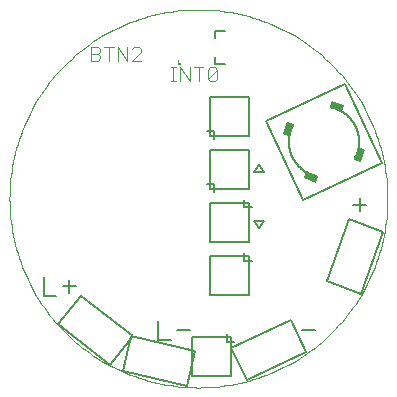
<source format=gto>
G75*
%MOIN*%
%OFA0B0*%
%FSLAX25Y25*%
%IPPOS*%
%LPD*%
%AMOC8*
5,1,8,0,0,1.08239X$1,22.5*
%
%ADD10C,0.00004*%
%ADD11C,0.00600*%
%ADD12C,0.00500*%
%ADD13C,0.00800*%
%ADD14R,0.04331X0.02264*%
%ADD15C,0.00400*%
%ADD16C,0.00000*%
D10*
X0003244Y0070252D02*
X0003263Y0071798D01*
X0003320Y0073343D01*
X0003415Y0074886D01*
X0003547Y0076426D01*
X0003718Y0077963D01*
X0003926Y0079495D01*
X0004171Y0081021D01*
X0004454Y0082541D01*
X0004775Y0084054D01*
X0005132Y0085558D01*
X0005526Y0087053D01*
X0005956Y0088538D01*
X0006423Y0090011D01*
X0006926Y0091473D01*
X0007465Y0092923D01*
X0008039Y0094358D01*
X0008648Y0095779D01*
X0009292Y0097185D01*
X0009970Y0098574D01*
X0010682Y0099946D01*
X0011427Y0101301D01*
X0012206Y0102636D01*
X0013017Y0103953D01*
X0013860Y0105248D01*
X0014735Y0106523D01*
X0015640Y0107776D01*
X0016576Y0109007D01*
X0017543Y0110214D01*
X0018538Y0111397D01*
X0019562Y0112555D01*
X0020614Y0113688D01*
X0021694Y0114794D01*
X0022800Y0115874D01*
X0023933Y0116926D01*
X0025091Y0117950D01*
X0026274Y0118945D01*
X0027481Y0119912D01*
X0028712Y0120848D01*
X0029965Y0121753D01*
X0031240Y0122628D01*
X0032535Y0123471D01*
X0033852Y0124282D01*
X0035187Y0125061D01*
X0036542Y0125806D01*
X0037914Y0126518D01*
X0039303Y0127196D01*
X0040709Y0127840D01*
X0042130Y0128449D01*
X0043565Y0129023D01*
X0045015Y0129562D01*
X0046477Y0130065D01*
X0047950Y0130532D01*
X0049435Y0130962D01*
X0050930Y0131356D01*
X0052434Y0131713D01*
X0053947Y0132034D01*
X0055467Y0132317D01*
X0056993Y0132562D01*
X0058525Y0132770D01*
X0060062Y0132941D01*
X0061602Y0133073D01*
X0063145Y0133168D01*
X0064690Y0133225D01*
X0066236Y0133244D01*
X0067782Y0133225D01*
X0069327Y0133168D01*
X0070870Y0133073D01*
X0072410Y0132941D01*
X0073947Y0132770D01*
X0075479Y0132562D01*
X0077005Y0132317D01*
X0078525Y0132034D01*
X0080038Y0131713D01*
X0081542Y0131356D01*
X0083037Y0130962D01*
X0084522Y0130532D01*
X0085995Y0130065D01*
X0087457Y0129562D01*
X0088907Y0129023D01*
X0090342Y0128449D01*
X0091763Y0127840D01*
X0093169Y0127196D01*
X0094558Y0126518D01*
X0095930Y0125806D01*
X0097285Y0125061D01*
X0098620Y0124282D01*
X0099937Y0123471D01*
X0101232Y0122628D01*
X0102507Y0121753D01*
X0103760Y0120848D01*
X0104991Y0119912D01*
X0106198Y0118945D01*
X0107381Y0117950D01*
X0108539Y0116926D01*
X0109672Y0115874D01*
X0110778Y0114794D01*
X0111858Y0113688D01*
X0112910Y0112555D01*
X0113934Y0111397D01*
X0114929Y0110214D01*
X0115896Y0109007D01*
X0116832Y0107776D01*
X0117737Y0106523D01*
X0118612Y0105248D01*
X0119455Y0103953D01*
X0120266Y0102636D01*
X0121045Y0101301D01*
X0121790Y0099946D01*
X0122502Y0098574D01*
X0123180Y0097185D01*
X0123824Y0095779D01*
X0124433Y0094358D01*
X0125007Y0092923D01*
X0125546Y0091473D01*
X0126049Y0090011D01*
X0126516Y0088538D01*
X0126946Y0087053D01*
X0127340Y0085558D01*
X0127697Y0084054D01*
X0128018Y0082541D01*
X0128301Y0081021D01*
X0128546Y0079495D01*
X0128754Y0077963D01*
X0128925Y0076426D01*
X0129057Y0074886D01*
X0129152Y0073343D01*
X0129209Y0071798D01*
X0129228Y0070252D01*
X0129209Y0068706D01*
X0129152Y0067161D01*
X0129057Y0065618D01*
X0128925Y0064078D01*
X0128754Y0062541D01*
X0128546Y0061009D01*
X0128301Y0059483D01*
X0128018Y0057963D01*
X0127697Y0056450D01*
X0127340Y0054946D01*
X0126946Y0053451D01*
X0126516Y0051966D01*
X0126049Y0050493D01*
X0125546Y0049031D01*
X0125007Y0047581D01*
X0124433Y0046146D01*
X0123824Y0044725D01*
X0123180Y0043319D01*
X0122502Y0041930D01*
X0121790Y0040558D01*
X0121045Y0039203D01*
X0120266Y0037868D01*
X0119455Y0036551D01*
X0118612Y0035256D01*
X0117737Y0033981D01*
X0116832Y0032728D01*
X0115896Y0031497D01*
X0114929Y0030290D01*
X0113934Y0029107D01*
X0112910Y0027949D01*
X0111858Y0026816D01*
X0110778Y0025710D01*
X0109672Y0024630D01*
X0108539Y0023578D01*
X0107381Y0022554D01*
X0106198Y0021559D01*
X0104991Y0020592D01*
X0103760Y0019656D01*
X0102507Y0018751D01*
X0101232Y0017876D01*
X0099937Y0017033D01*
X0098620Y0016222D01*
X0097285Y0015443D01*
X0095930Y0014698D01*
X0094558Y0013986D01*
X0093169Y0013308D01*
X0091763Y0012664D01*
X0090342Y0012055D01*
X0088907Y0011481D01*
X0087457Y0010942D01*
X0085995Y0010439D01*
X0084522Y0009972D01*
X0083037Y0009542D01*
X0081542Y0009148D01*
X0080038Y0008791D01*
X0078525Y0008470D01*
X0077005Y0008187D01*
X0075479Y0007942D01*
X0073947Y0007734D01*
X0072410Y0007563D01*
X0070870Y0007431D01*
X0069327Y0007336D01*
X0067782Y0007279D01*
X0066236Y0007260D01*
X0064690Y0007279D01*
X0063145Y0007336D01*
X0061602Y0007431D01*
X0060062Y0007563D01*
X0058525Y0007734D01*
X0056993Y0007942D01*
X0055467Y0008187D01*
X0053947Y0008470D01*
X0052434Y0008791D01*
X0050930Y0009148D01*
X0049435Y0009542D01*
X0047950Y0009972D01*
X0046477Y0010439D01*
X0045015Y0010942D01*
X0043565Y0011481D01*
X0042130Y0012055D01*
X0040709Y0012664D01*
X0039303Y0013308D01*
X0037914Y0013986D01*
X0036542Y0014698D01*
X0035187Y0015443D01*
X0033852Y0016222D01*
X0032535Y0017033D01*
X0031240Y0017876D01*
X0029965Y0018751D01*
X0028712Y0019656D01*
X0027481Y0020592D01*
X0026274Y0021559D01*
X0025091Y0022554D01*
X0023933Y0023578D01*
X0022800Y0024630D01*
X0021694Y0025710D01*
X0020614Y0026816D01*
X0019562Y0027949D01*
X0018538Y0029107D01*
X0017543Y0030290D01*
X0016576Y0031497D01*
X0015640Y0032728D01*
X0014735Y0033981D01*
X0013860Y0035256D01*
X0013017Y0036551D01*
X0012206Y0037868D01*
X0011427Y0039203D01*
X0010682Y0040558D01*
X0009970Y0041930D01*
X0009292Y0043319D01*
X0008648Y0044725D01*
X0008039Y0046146D01*
X0007465Y0047581D01*
X0006926Y0049031D01*
X0006423Y0050493D01*
X0005956Y0051966D01*
X0005526Y0053451D01*
X0005132Y0054946D01*
X0004775Y0056450D01*
X0004454Y0057963D01*
X0004171Y0059483D01*
X0003926Y0061009D01*
X0003718Y0062541D01*
X0003547Y0064078D01*
X0003415Y0065618D01*
X0003320Y0067161D01*
X0003263Y0068706D01*
X0003244Y0070252D01*
D11*
X0019537Y0028426D02*
X0036873Y0014882D01*
X0044261Y0024338D01*
X0026925Y0037882D01*
X0019537Y0028426D01*
X0018917Y0037796D02*
X0014646Y0037796D01*
X0014646Y0044202D01*
X0021092Y0040999D02*
X0025362Y0040999D01*
X0023227Y0043134D02*
X0023227Y0038864D01*
X0043710Y0024345D02*
X0065146Y0019396D01*
X0062446Y0007704D01*
X0041010Y0012653D01*
X0043710Y0024345D01*
X0052678Y0023150D02*
X0056948Y0023150D01*
X0059123Y0026353D02*
X0063394Y0026353D01*
X0052678Y0029556D02*
X0052678Y0023150D01*
X0077196Y0020569D02*
X0097134Y0029866D01*
X0102206Y0018990D01*
X0082267Y0009693D01*
X0077196Y0020569D01*
X0100867Y0026353D02*
X0105137Y0026353D01*
X0109033Y0042675D02*
X0116557Y0063348D01*
X0127834Y0059244D01*
X0120309Y0038571D01*
X0109033Y0042675D01*
X0086394Y0060331D02*
X0087969Y0062693D01*
X0084819Y0062693D01*
X0086394Y0060331D01*
X0087969Y0079150D02*
X0084819Y0079150D01*
X0086394Y0081512D01*
X0087969Y0079150D01*
X0117875Y0068164D02*
X0122145Y0068164D01*
X0120010Y0070299D02*
X0120010Y0066029D01*
D12*
X0083972Y0067299D02*
X0081472Y0067299D01*
X0081472Y0069799D01*
X0081472Y0067299D01*
X0082969Y0068795D02*
X0069976Y0068795D01*
X0069976Y0055803D01*
X0082969Y0055803D01*
X0082969Y0068795D01*
X0082969Y0073520D02*
X0069976Y0073520D01*
X0069976Y0086512D01*
X0082969Y0086512D01*
X0082969Y0073520D01*
X0071472Y0072516D02*
X0071472Y0075016D01*
X0068972Y0075016D01*
X0071472Y0075016D02*
X0071472Y0072516D01*
X0071472Y0090232D02*
X0071472Y0092732D01*
X0068972Y0092732D01*
X0069976Y0091236D02*
X0082969Y0091236D01*
X0082969Y0104228D01*
X0069976Y0104228D01*
X0069976Y0091236D01*
X0071472Y0090232D02*
X0071472Y0092732D01*
X0081472Y0052083D02*
X0081472Y0049583D01*
X0083972Y0049583D01*
X0082969Y0051079D02*
X0069976Y0051079D01*
X0069976Y0038087D01*
X0082969Y0038087D01*
X0082969Y0051079D01*
X0081472Y0052083D02*
X0081472Y0049583D01*
X0075724Y0025094D02*
X0075724Y0022594D01*
X0078224Y0022594D01*
X0077220Y0024091D02*
X0064228Y0024091D01*
X0064228Y0011098D01*
X0077220Y0011098D01*
X0077220Y0024091D01*
X0075724Y0025094D02*
X0075724Y0022594D01*
D13*
X0101033Y0069832D02*
X0127437Y0082144D01*
X0115124Y0108549D01*
X0088720Y0096236D01*
X0101033Y0069832D01*
X0118694Y0094140D02*
X0118571Y0094394D01*
X0118442Y0094645D01*
X0118307Y0094893D01*
X0118166Y0095138D01*
X0118019Y0095379D01*
X0117867Y0095616D01*
X0117709Y0095850D01*
X0117545Y0096080D01*
X0117375Y0096306D01*
X0117201Y0096528D01*
X0117021Y0096745D01*
X0116836Y0096958D01*
X0116645Y0097167D01*
X0116450Y0097371D01*
X0116250Y0097570D01*
X0116045Y0097764D01*
X0115836Y0097953D01*
X0115622Y0098138D01*
X0115403Y0098317D01*
X0115181Y0098490D01*
X0114954Y0098658D01*
X0114724Y0098821D01*
X0114489Y0098978D01*
X0114251Y0099130D01*
X0114009Y0099275D01*
X0113764Y0099415D01*
X0113515Y0099549D01*
X0113263Y0099677D01*
X0113009Y0099798D01*
X0112751Y0099914D01*
X0112491Y0100023D01*
X0112228Y0100126D01*
X0111963Y0100223D01*
X0111695Y0100313D01*
X0111426Y0100396D01*
X0111154Y0100474D01*
X0110881Y0100544D01*
X0110606Y0100608D01*
X0110329Y0100666D01*
X0118694Y0094140D02*
X0118810Y0093883D01*
X0118919Y0093623D01*
X0119023Y0093360D01*
X0119119Y0093095D01*
X0119210Y0092827D01*
X0119294Y0092558D01*
X0119371Y0092286D01*
X0119442Y0092013D01*
X0119506Y0091738D01*
X0119564Y0091462D01*
X0119615Y0091184D01*
X0119659Y0090905D01*
X0119696Y0090625D01*
X0119727Y0090345D01*
X0119751Y0090063D01*
X0119768Y0089782D01*
X0119778Y0089500D01*
X0119782Y0089217D01*
X0119779Y0088935D01*
X0119769Y0088653D01*
X0119752Y0088371D01*
X0119728Y0088090D01*
X0119698Y0087809D01*
X0119661Y0087529D01*
X0119617Y0087250D01*
X0119566Y0086973D01*
X0119509Y0086696D01*
X0119445Y0086421D01*
X0119374Y0086148D01*
X0119297Y0085876D01*
X0119214Y0085607D01*
X0119124Y0085339D01*
X0119027Y0085074D01*
X0118924Y0084811D01*
X0118815Y0084551D01*
X0118700Y0084293D01*
X0118578Y0084038D01*
X0118450Y0083787D01*
X0118317Y0083538D01*
X0097463Y0084240D02*
X0097347Y0084497D01*
X0097238Y0084757D01*
X0097134Y0085020D01*
X0097038Y0085285D01*
X0096947Y0085553D01*
X0096863Y0085822D01*
X0096786Y0086094D01*
X0096715Y0086367D01*
X0096651Y0086642D01*
X0096593Y0086918D01*
X0096542Y0087196D01*
X0096498Y0087475D01*
X0096461Y0087755D01*
X0096430Y0088035D01*
X0096406Y0088317D01*
X0096389Y0088598D01*
X0096379Y0088880D01*
X0096375Y0089163D01*
X0096378Y0089445D01*
X0096388Y0089727D01*
X0096405Y0090009D01*
X0096429Y0090290D01*
X0096459Y0090571D01*
X0096496Y0090851D01*
X0096540Y0091130D01*
X0096591Y0091407D01*
X0096648Y0091684D01*
X0096712Y0091959D01*
X0096783Y0092232D01*
X0096860Y0092504D01*
X0096943Y0092773D01*
X0097033Y0093041D01*
X0097130Y0093306D01*
X0097233Y0093569D01*
X0097342Y0093829D01*
X0097457Y0094087D01*
X0097579Y0094342D01*
X0097707Y0094593D01*
X0097840Y0094842D01*
X0097463Y0084240D02*
X0097586Y0083986D01*
X0097715Y0083735D01*
X0097850Y0083487D01*
X0097991Y0083242D01*
X0098138Y0083001D01*
X0098290Y0082764D01*
X0098448Y0082530D01*
X0098612Y0082300D01*
X0098782Y0082074D01*
X0098956Y0081852D01*
X0099136Y0081635D01*
X0099321Y0081422D01*
X0099512Y0081213D01*
X0099707Y0081009D01*
X0099907Y0080810D01*
X0100112Y0080616D01*
X0100321Y0080427D01*
X0100535Y0080242D01*
X0100754Y0080063D01*
X0100976Y0079890D01*
X0101203Y0079722D01*
X0101433Y0079559D01*
X0101668Y0079402D01*
X0101906Y0079250D01*
X0102148Y0079105D01*
X0102393Y0078965D01*
X0102642Y0078831D01*
X0102894Y0078703D01*
X0103148Y0078582D01*
X0103406Y0078466D01*
X0103666Y0078357D01*
X0103929Y0078254D01*
X0104194Y0078157D01*
X0104462Y0078067D01*
X0104731Y0077984D01*
X0105003Y0077906D01*
X0105276Y0077836D01*
X0105551Y0077772D01*
X0105828Y0077714D01*
X0075016Y0115094D02*
X0071866Y0115094D01*
X0071866Y0117457D01*
X0071866Y0123756D02*
X0071866Y0126118D01*
X0075016Y0126118D01*
D14*
G36*
X0097998Y0095163D02*
X0096517Y0091095D01*
X0094390Y0091869D01*
X0095871Y0095937D01*
X0097998Y0095163D01*
G37*
G36*
X0114051Y0099271D02*
X0109983Y0100752D01*
X0110757Y0102879D01*
X0114825Y0101398D01*
X0114051Y0099271D01*
G37*
G36*
X0118159Y0083218D02*
X0119640Y0087286D01*
X0121767Y0086512D01*
X0120286Y0082444D01*
X0118159Y0083218D01*
G37*
G36*
X0102106Y0079110D02*
X0106174Y0077629D01*
X0105400Y0075502D01*
X0101332Y0076983D01*
X0102106Y0079110D01*
G37*
D15*
X0071724Y0109389D02*
X0072491Y0110156D01*
X0072491Y0113226D01*
X0069422Y0110156D01*
X0070189Y0109389D01*
X0071724Y0109389D01*
X0069422Y0110156D02*
X0069422Y0113226D01*
X0070189Y0113993D01*
X0071724Y0113993D01*
X0072491Y0113226D01*
X0067887Y0113993D02*
X0064818Y0113993D01*
X0063283Y0113993D02*
X0063283Y0109389D01*
X0060214Y0113993D01*
X0060214Y0109389D01*
X0058680Y0109389D02*
X0057145Y0109389D01*
X0057912Y0109389D02*
X0057912Y0113993D01*
X0057145Y0113993D02*
X0058680Y0113993D01*
X0066353Y0113993D02*
X0066353Y0109389D01*
X0047185Y0116200D02*
X0044116Y0116200D01*
X0047185Y0119269D01*
X0047185Y0120037D01*
X0046418Y0120804D01*
X0044883Y0120804D01*
X0044116Y0120037D01*
X0042581Y0120804D02*
X0042581Y0116200D01*
X0039512Y0120804D01*
X0039512Y0116200D01*
X0036443Y0116200D02*
X0036443Y0120804D01*
X0037977Y0120804D02*
X0034908Y0120804D01*
X0033373Y0120037D02*
X0033373Y0119269D01*
X0032606Y0118502D01*
X0030304Y0118502D01*
X0030304Y0116200D02*
X0030304Y0120804D01*
X0032606Y0120804D01*
X0033373Y0120037D01*
X0032606Y0118502D02*
X0033373Y0117735D01*
X0033373Y0116967D01*
X0032606Y0116200D01*
X0030304Y0116200D01*
D16*
X0059376Y0116211D02*
X0059393Y0116228D01*
X0059460Y0116161D01*
X0059476Y0116178D01*
X0059476Y0116211D01*
X0059460Y0116228D01*
X0059393Y0116228D01*
X0059376Y0116211D02*
X0059376Y0116178D01*
X0059393Y0116161D01*
X0059460Y0116161D01*
X0059476Y0116136D02*
X0059476Y0116069D01*
X0059410Y0116136D01*
X0059393Y0116136D01*
X0059376Y0116119D01*
X0059376Y0116086D01*
X0059393Y0116069D01*
X0059393Y0116044D02*
X0059426Y0116044D01*
X0059443Y0116027D01*
X0059443Y0115977D01*
X0059476Y0115977D02*
X0059376Y0115977D01*
X0059376Y0116027D01*
X0059393Y0116044D01*
X0059376Y0115952D02*
X0059376Y0115885D01*
X0059393Y0115860D02*
X0059426Y0115860D01*
X0059443Y0115843D01*
X0059443Y0115793D01*
X0059476Y0115793D02*
X0059376Y0115793D01*
X0059376Y0115843D01*
X0059393Y0115860D01*
X0059376Y0115918D02*
X0059476Y0115918D01*
X0059376Y0115768D02*
X0059376Y0115701D01*
X0059376Y0115734D02*
X0059476Y0115734D01*
X0059480Y0115301D02*
X0059547Y0115301D01*
X0059572Y0115301D02*
X0059622Y0115301D01*
X0059639Y0115284D01*
X0059639Y0115251D01*
X0059622Y0115234D01*
X0059572Y0115234D01*
X0059572Y0115201D02*
X0059572Y0115301D01*
X0059514Y0115301D02*
X0059514Y0115201D01*
X0059664Y0115301D02*
X0059731Y0115301D01*
X0059757Y0115301D02*
X0059807Y0115301D01*
X0059823Y0115284D01*
X0059823Y0115251D01*
X0059807Y0115234D01*
X0059757Y0115234D01*
X0059757Y0115201D02*
X0059757Y0115301D01*
X0059698Y0115301D02*
X0059698Y0115201D01*
X0059849Y0115201D02*
X0059915Y0115268D01*
X0059915Y0115284D01*
X0059899Y0115301D01*
X0059865Y0115301D01*
X0059849Y0115284D01*
X0059849Y0115201D02*
X0059915Y0115201D01*
X0059941Y0115217D02*
X0060007Y0115284D01*
X0060007Y0115217D01*
X0059991Y0115201D01*
X0059957Y0115201D01*
X0059941Y0115217D01*
X0059941Y0115284D01*
X0059957Y0115301D01*
X0059991Y0115301D01*
X0060007Y0115284D01*
X0060033Y0115284D02*
X0060033Y0115268D01*
X0060049Y0115251D01*
X0060083Y0115251D01*
X0060099Y0115234D01*
X0060099Y0115217D01*
X0060083Y0115201D01*
X0060049Y0115201D01*
X0060033Y0115217D01*
X0060033Y0115284D02*
X0060049Y0115301D01*
X0060083Y0115301D01*
X0060099Y0115284D01*
X0060125Y0115284D02*
X0060142Y0115301D01*
X0060175Y0115301D01*
X0060192Y0115284D01*
X0060192Y0115217D01*
X0060175Y0115201D01*
X0060142Y0115201D01*
X0060125Y0115217D01*
X0060125Y0115284D01*
X0060158Y0115234D02*
X0060192Y0115201D01*
X0059460Y0116253D02*
X0059476Y0116270D01*
X0059476Y0116303D01*
X0059460Y0116320D01*
X0059443Y0116320D01*
X0059426Y0116303D01*
X0059426Y0116270D01*
X0059410Y0116253D01*
X0059393Y0116253D01*
X0059376Y0116270D01*
X0059376Y0116303D01*
X0059393Y0116320D01*
X0059393Y0116345D02*
X0059376Y0116362D01*
X0059376Y0116395D01*
X0059393Y0116412D01*
X0059460Y0116412D01*
X0059476Y0116395D01*
X0059476Y0116362D01*
X0059460Y0116345D01*
X0059393Y0116345D01*
X0059443Y0116379D02*
X0059476Y0116412D01*
M02*

</source>
